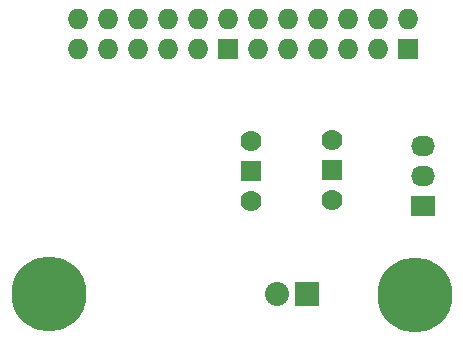
<source format=gbs>
%FSLAX46Y46*%
G04 Gerber Fmt 4.6, Leading zero omitted, Abs format (unit mm)*
G04 Created by KiCad (PCBNEW (2014-10-27 BZR 5228)-product) date 02/04/2015 10:02:40*
%MOMM*%
G01*
G04 APERTURE LIST*
%ADD10C,0.100000*%
%ADD11R,2.032000X2.032000*%
%ADD12O,2.032000X2.032000*%
%ADD13R,2.032000X1.727200*%
%ADD14O,2.032000X1.727200*%
%ADD15R,1.727200X1.727200*%
%ADD16O,1.727200X1.727200*%
%ADD17C,1.778000*%
%ADD18R,1.778000X1.778000*%
%ADD19C,6.350000*%
G04 APERTURE END LIST*
D10*
D11*
X150400000Y-125600000D03*
D12*
X147860000Y-125600000D03*
D13*
X160200000Y-118100000D03*
D14*
X160200000Y-115560000D03*
X160200000Y-113020000D03*
D15*
X143700000Y-104800000D03*
D16*
X143700000Y-102260000D03*
X141160000Y-104800000D03*
X141160000Y-102260000D03*
X138620000Y-104800000D03*
X138620000Y-102260000D03*
X136080000Y-104800000D03*
X136080000Y-102260000D03*
X133540000Y-104800000D03*
X133540000Y-102260000D03*
X131000000Y-104800000D03*
X131000000Y-102260000D03*
D15*
X158900000Y-104800000D03*
D16*
X158900000Y-102260000D03*
X156360000Y-104800000D03*
X156360000Y-102260000D03*
X153820000Y-104800000D03*
X153820000Y-102260000D03*
X151280000Y-104800000D03*
X151280000Y-102260000D03*
X148740000Y-104800000D03*
X148740000Y-102260000D03*
X146200000Y-104800000D03*
X146200000Y-102260000D03*
D17*
X152500000Y-117640000D03*
D18*
X152500000Y-115100000D03*
D17*
X152500000Y-112560000D03*
X145600000Y-117740000D03*
D18*
X145600000Y-115200000D03*
D17*
X145600000Y-112660000D03*
D19*
X159500000Y-125700000D03*
X128500000Y-125600000D03*
M02*

</source>
